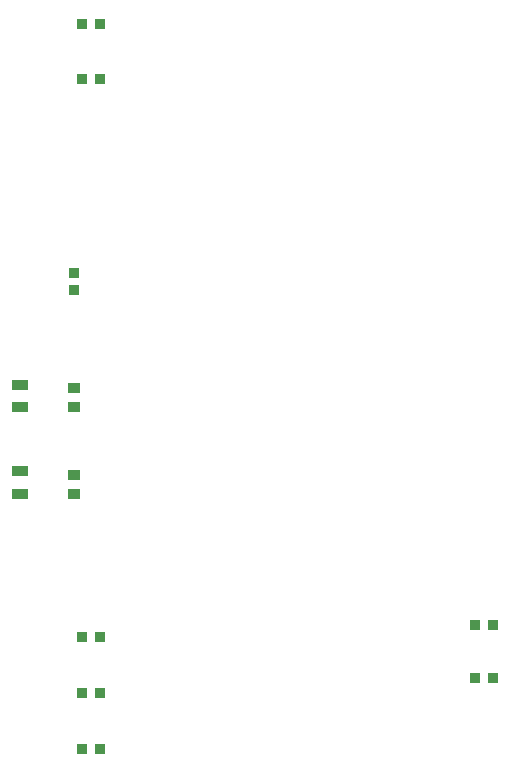
<source format=gtp>
G04*
G04 #@! TF.GenerationSoftware,Altium Limited,Altium Designer,20.2.3 (150)*
G04*
G04 Layer_Color=8421504*
%FSLAX25Y25*%
%MOIN*%
G70*
G04*
G04 #@! TF.SameCoordinates,F15F1335-3D0F-4216-8B18-0C41FCBFB515*
G04*
G04*
G04 #@! TF.FilePolarity,Positive*
G04*
G01*
G75*
%ADD14R,0.03543X0.03740*%
%ADD15R,0.03740X0.03543*%
%ADD16R,0.03937X0.03543*%
%ADD17R,0.05512X0.03543*%
D14*
X40094Y287000D02*
D03*
X46000D02*
D03*
X40094Y268500D02*
D03*
X46000D02*
D03*
Y45235D02*
D03*
X40094D02*
D03*
Y82500D02*
D03*
X46000D02*
D03*
Y63867D02*
D03*
X40094D02*
D03*
X176906Y69000D02*
D03*
X171000D02*
D03*
Y86500D02*
D03*
X176906D02*
D03*
D15*
X37402Y204000D02*
D03*
Y198094D02*
D03*
D16*
X37500Y159180D02*
D03*
Y165480D02*
D03*
Y130260D02*
D03*
Y136559D02*
D03*
D17*
X19500Y159180D02*
D03*
Y166661D02*
D03*
Y130260D02*
D03*
Y137740D02*
D03*
M02*

</source>
